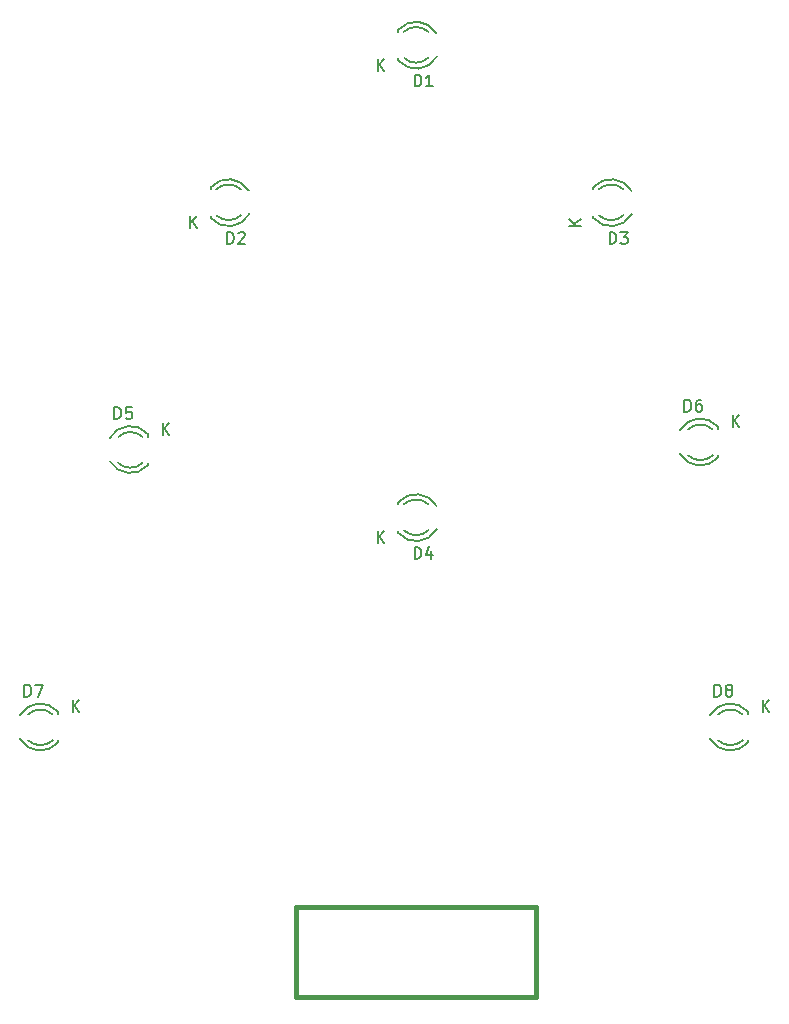
<source format=gto>
G04 #@! TF.FileFunction,Legend,Top*
%FSLAX46Y46*%
G04 Gerber Fmt 4.6, Leading zero omitted, Abs format (unit mm)*
G04 Created by KiCad (PCBNEW 4.0.1-stable) date 28/05/2016 22:33:24*
%MOMM*%
G01*
G04 APERTURE LIST*
%ADD10C,0.100000*%
%ADD11C,0.150000*%
%ADD12C,0.381000*%
G04 APERTURE END LIST*
D10*
D11*
X105211000Y-42589000D02*
X105211000Y-42389000D01*
X105211000Y-39995000D02*
X105211000Y-40175000D01*
X108438744Y-40305357D02*
G75*
G03X105211000Y-39989000I-1727744J-1003643D01*
G01*
X107763006Y-40175932D02*
G75*
G03X105660000Y-40175000I-1052006J-1133068D01*
G01*
X105223780Y-42615726D02*
G75*
G03X108461000Y-42269000I1497220J1306726D01*
G01*
X105697111Y-42388253D02*
G75*
G03X107745000Y-42369000I1013889J1079253D01*
G01*
X89336000Y-55924000D02*
X89336000Y-55724000D01*
X89336000Y-53330000D02*
X89336000Y-53510000D01*
X92563744Y-53640357D02*
G75*
G03X89336000Y-53324000I-1727744J-1003643D01*
G01*
X91888006Y-53510932D02*
G75*
G03X89785000Y-53510000I-1052006J-1133068D01*
G01*
X89348780Y-55950726D02*
G75*
G03X92586000Y-55604000I1497220J1306726D01*
G01*
X89822111Y-55723253D02*
G75*
G03X91870000Y-55704000I1013889J1079253D01*
G01*
X121721000Y-55924000D02*
X121721000Y-55724000D01*
X121721000Y-53330000D02*
X121721000Y-53510000D01*
X124948744Y-53640357D02*
G75*
G03X121721000Y-53324000I-1727744J-1003643D01*
G01*
X124273006Y-53510932D02*
G75*
G03X122170000Y-53510000I-1052006J-1133068D01*
G01*
X121733780Y-55950726D02*
G75*
G03X124971000Y-55604000I1497220J1306726D01*
G01*
X122207111Y-55723253D02*
G75*
G03X124255000Y-55704000I1013889J1079253D01*
G01*
X105211000Y-82594000D02*
X105211000Y-82394000D01*
X105211000Y-80000000D02*
X105211000Y-80180000D01*
X108438744Y-80310357D02*
G75*
G03X105211000Y-79994000I-1727744J-1003643D01*
G01*
X107763006Y-80180932D02*
G75*
G03X105660000Y-80180000I-1052006J-1133068D01*
G01*
X105223780Y-82620726D02*
G75*
G03X108461000Y-82274000I1497220J1306726D01*
G01*
X105697111Y-82393253D02*
G75*
G03X107745000Y-82374000I1013889J1079253D01*
G01*
X84019000Y-74251000D02*
X84019000Y-74451000D01*
X84019000Y-76845000D02*
X84019000Y-76665000D01*
X80791256Y-76534643D02*
G75*
G03X84019000Y-76851000I1727744J1003643D01*
G01*
X81466994Y-76664068D02*
G75*
G03X83570000Y-76665000I1052006J1133068D01*
G01*
X84006220Y-74224274D02*
G75*
G03X80769000Y-74571000I-1497220J-1306726D01*
G01*
X83532889Y-74451747D02*
G75*
G03X81485000Y-74471000I-1013889J-1079253D01*
G01*
X132279000Y-73616000D02*
X132279000Y-73816000D01*
X132279000Y-76210000D02*
X132279000Y-76030000D01*
X129051256Y-75899643D02*
G75*
G03X132279000Y-76216000I1727744J1003643D01*
G01*
X129726994Y-76029068D02*
G75*
G03X131830000Y-76030000I1052006J1133068D01*
G01*
X132266220Y-73589274D02*
G75*
G03X129029000Y-73936000I-1497220J-1306726D01*
G01*
X131792889Y-73816747D02*
G75*
G03X129745000Y-73836000I-1013889J-1079253D01*
G01*
X76399000Y-97746000D02*
X76399000Y-97946000D01*
X76399000Y-100340000D02*
X76399000Y-100160000D01*
X73171256Y-100029643D02*
G75*
G03X76399000Y-100346000I1727744J1003643D01*
G01*
X73846994Y-100159068D02*
G75*
G03X75950000Y-100160000I1052006J1133068D01*
G01*
X76386220Y-97719274D02*
G75*
G03X73149000Y-98066000I-1497220J-1306726D01*
G01*
X75912889Y-97946747D02*
G75*
G03X73865000Y-97966000I-1013889J-1079253D01*
G01*
X134819000Y-97746000D02*
X134819000Y-97946000D01*
X134819000Y-100340000D02*
X134819000Y-100160000D01*
X131591256Y-100029643D02*
G75*
G03X134819000Y-100346000I1727744J1003643D01*
G01*
X132266994Y-100159068D02*
G75*
G03X134370000Y-100160000I1052006J1133068D01*
G01*
X134806220Y-97719274D02*
G75*
G03X131569000Y-98066000I-1497220J-1306726D01*
G01*
X134332889Y-97946747D02*
G75*
G03X132285000Y-97966000I-1013889J-1079253D01*
G01*
D12*
X116840000Y-114300000D02*
X96520000Y-114300000D01*
X96520000Y-114300000D02*
X96520000Y-121920000D01*
X96520000Y-121920000D02*
X116840000Y-121920000D01*
X116840000Y-121920000D02*
X116840000Y-114300000D01*
D11*
X106581905Y-44787381D02*
X106581905Y-43787381D01*
X106820000Y-43787381D01*
X106962858Y-43835000D01*
X107058096Y-43930238D01*
X107105715Y-44025476D01*
X107153334Y-44215952D01*
X107153334Y-44358810D01*
X107105715Y-44549286D01*
X107058096Y-44644524D01*
X106962858Y-44739762D01*
X106820000Y-44787381D01*
X106581905Y-44787381D01*
X108105715Y-44787381D02*
X107534286Y-44787381D01*
X107820000Y-44787381D02*
X107820000Y-43787381D01*
X107724762Y-43930238D01*
X107629524Y-44025476D01*
X107534286Y-44073095D01*
X103458095Y-43467381D02*
X103458095Y-42467381D01*
X104029524Y-43467381D02*
X103600952Y-42895952D01*
X104029524Y-42467381D02*
X103458095Y-43038810D01*
X90706905Y-58122381D02*
X90706905Y-57122381D01*
X90945000Y-57122381D01*
X91087858Y-57170000D01*
X91183096Y-57265238D01*
X91230715Y-57360476D01*
X91278334Y-57550952D01*
X91278334Y-57693810D01*
X91230715Y-57884286D01*
X91183096Y-57979524D01*
X91087858Y-58074762D01*
X90945000Y-58122381D01*
X90706905Y-58122381D01*
X91659286Y-57217619D02*
X91706905Y-57170000D01*
X91802143Y-57122381D01*
X92040239Y-57122381D01*
X92135477Y-57170000D01*
X92183096Y-57217619D01*
X92230715Y-57312857D01*
X92230715Y-57408095D01*
X92183096Y-57550952D01*
X91611667Y-58122381D01*
X92230715Y-58122381D01*
X87583095Y-56802381D02*
X87583095Y-55802381D01*
X88154524Y-56802381D02*
X87725952Y-56230952D01*
X88154524Y-55802381D02*
X87583095Y-56373810D01*
X123091905Y-58122381D02*
X123091905Y-57122381D01*
X123330000Y-57122381D01*
X123472858Y-57170000D01*
X123568096Y-57265238D01*
X123615715Y-57360476D01*
X123663334Y-57550952D01*
X123663334Y-57693810D01*
X123615715Y-57884286D01*
X123568096Y-57979524D01*
X123472858Y-58074762D01*
X123330000Y-58122381D01*
X123091905Y-58122381D01*
X123996667Y-57122381D02*
X124615715Y-57122381D01*
X124282381Y-57503333D01*
X124425239Y-57503333D01*
X124520477Y-57550952D01*
X124568096Y-57598571D01*
X124615715Y-57693810D01*
X124615715Y-57931905D01*
X124568096Y-58027143D01*
X124520477Y-58074762D01*
X124425239Y-58122381D01*
X124139524Y-58122381D01*
X124044286Y-58074762D01*
X123996667Y-58027143D01*
X120682381Y-56611905D02*
X119682381Y-56611905D01*
X120682381Y-56040476D02*
X120110952Y-56469048D01*
X119682381Y-56040476D02*
X120253810Y-56611905D01*
X106581905Y-84792381D02*
X106581905Y-83792381D01*
X106820000Y-83792381D01*
X106962858Y-83840000D01*
X107058096Y-83935238D01*
X107105715Y-84030476D01*
X107153334Y-84220952D01*
X107153334Y-84363810D01*
X107105715Y-84554286D01*
X107058096Y-84649524D01*
X106962858Y-84744762D01*
X106820000Y-84792381D01*
X106581905Y-84792381D01*
X108010477Y-84125714D02*
X108010477Y-84792381D01*
X107772381Y-83744762D02*
X107534286Y-84459048D01*
X108153334Y-84459048D01*
X103458095Y-83472381D02*
X103458095Y-82472381D01*
X104029524Y-83472381D02*
X103600952Y-82900952D01*
X104029524Y-82472381D02*
X103458095Y-83043810D01*
X81171905Y-72957381D02*
X81171905Y-71957381D01*
X81410000Y-71957381D01*
X81552858Y-72005000D01*
X81648096Y-72100238D01*
X81695715Y-72195476D01*
X81743334Y-72385952D01*
X81743334Y-72528810D01*
X81695715Y-72719286D01*
X81648096Y-72814524D01*
X81552858Y-72909762D01*
X81410000Y-72957381D01*
X81171905Y-72957381D01*
X82648096Y-71957381D02*
X82171905Y-71957381D01*
X82124286Y-72433571D01*
X82171905Y-72385952D01*
X82267143Y-72338333D01*
X82505239Y-72338333D01*
X82600477Y-72385952D01*
X82648096Y-72433571D01*
X82695715Y-72528810D01*
X82695715Y-72766905D01*
X82648096Y-72862143D01*
X82600477Y-72909762D01*
X82505239Y-72957381D01*
X82267143Y-72957381D01*
X82171905Y-72909762D01*
X82124286Y-72862143D01*
X85248095Y-74277381D02*
X85248095Y-73277381D01*
X85819524Y-74277381D02*
X85390952Y-73705952D01*
X85819524Y-73277381D02*
X85248095Y-73848810D01*
X129431905Y-72322381D02*
X129431905Y-71322381D01*
X129670000Y-71322381D01*
X129812858Y-71370000D01*
X129908096Y-71465238D01*
X129955715Y-71560476D01*
X130003334Y-71750952D01*
X130003334Y-71893810D01*
X129955715Y-72084286D01*
X129908096Y-72179524D01*
X129812858Y-72274762D01*
X129670000Y-72322381D01*
X129431905Y-72322381D01*
X130860477Y-71322381D02*
X130670000Y-71322381D01*
X130574762Y-71370000D01*
X130527143Y-71417619D01*
X130431905Y-71560476D01*
X130384286Y-71750952D01*
X130384286Y-72131905D01*
X130431905Y-72227143D01*
X130479524Y-72274762D01*
X130574762Y-72322381D01*
X130765239Y-72322381D01*
X130860477Y-72274762D01*
X130908096Y-72227143D01*
X130955715Y-72131905D01*
X130955715Y-71893810D01*
X130908096Y-71798571D01*
X130860477Y-71750952D01*
X130765239Y-71703333D01*
X130574762Y-71703333D01*
X130479524Y-71750952D01*
X130431905Y-71798571D01*
X130384286Y-71893810D01*
X133508095Y-73642381D02*
X133508095Y-72642381D01*
X134079524Y-73642381D02*
X133650952Y-73070952D01*
X134079524Y-72642381D02*
X133508095Y-73213810D01*
X73551905Y-96452381D02*
X73551905Y-95452381D01*
X73790000Y-95452381D01*
X73932858Y-95500000D01*
X74028096Y-95595238D01*
X74075715Y-95690476D01*
X74123334Y-95880952D01*
X74123334Y-96023810D01*
X74075715Y-96214286D01*
X74028096Y-96309524D01*
X73932858Y-96404762D01*
X73790000Y-96452381D01*
X73551905Y-96452381D01*
X74456667Y-95452381D02*
X75123334Y-95452381D01*
X74694762Y-96452381D01*
X77628095Y-97772381D02*
X77628095Y-96772381D01*
X78199524Y-97772381D02*
X77770952Y-97200952D01*
X78199524Y-96772381D02*
X77628095Y-97343810D01*
X131971905Y-96452381D02*
X131971905Y-95452381D01*
X132210000Y-95452381D01*
X132352858Y-95500000D01*
X132448096Y-95595238D01*
X132495715Y-95690476D01*
X132543334Y-95880952D01*
X132543334Y-96023810D01*
X132495715Y-96214286D01*
X132448096Y-96309524D01*
X132352858Y-96404762D01*
X132210000Y-96452381D01*
X131971905Y-96452381D01*
X133114762Y-95880952D02*
X133019524Y-95833333D01*
X132971905Y-95785714D01*
X132924286Y-95690476D01*
X132924286Y-95642857D01*
X132971905Y-95547619D01*
X133019524Y-95500000D01*
X133114762Y-95452381D01*
X133305239Y-95452381D01*
X133400477Y-95500000D01*
X133448096Y-95547619D01*
X133495715Y-95642857D01*
X133495715Y-95690476D01*
X133448096Y-95785714D01*
X133400477Y-95833333D01*
X133305239Y-95880952D01*
X133114762Y-95880952D01*
X133019524Y-95928571D01*
X132971905Y-95976190D01*
X132924286Y-96071429D01*
X132924286Y-96261905D01*
X132971905Y-96357143D01*
X133019524Y-96404762D01*
X133114762Y-96452381D01*
X133305239Y-96452381D01*
X133400477Y-96404762D01*
X133448096Y-96357143D01*
X133495715Y-96261905D01*
X133495715Y-96071429D01*
X133448096Y-95976190D01*
X133400477Y-95928571D01*
X133305239Y-95880952D01*
X136048095Y-97772381D02*
X136048095Y-96772381D01*
X136619524Y-97772381D02*
X136190952Y-97200952D01*
X136619524Y-96772381D02*
X136048095Y-97343810D01*
M02*

</source>
